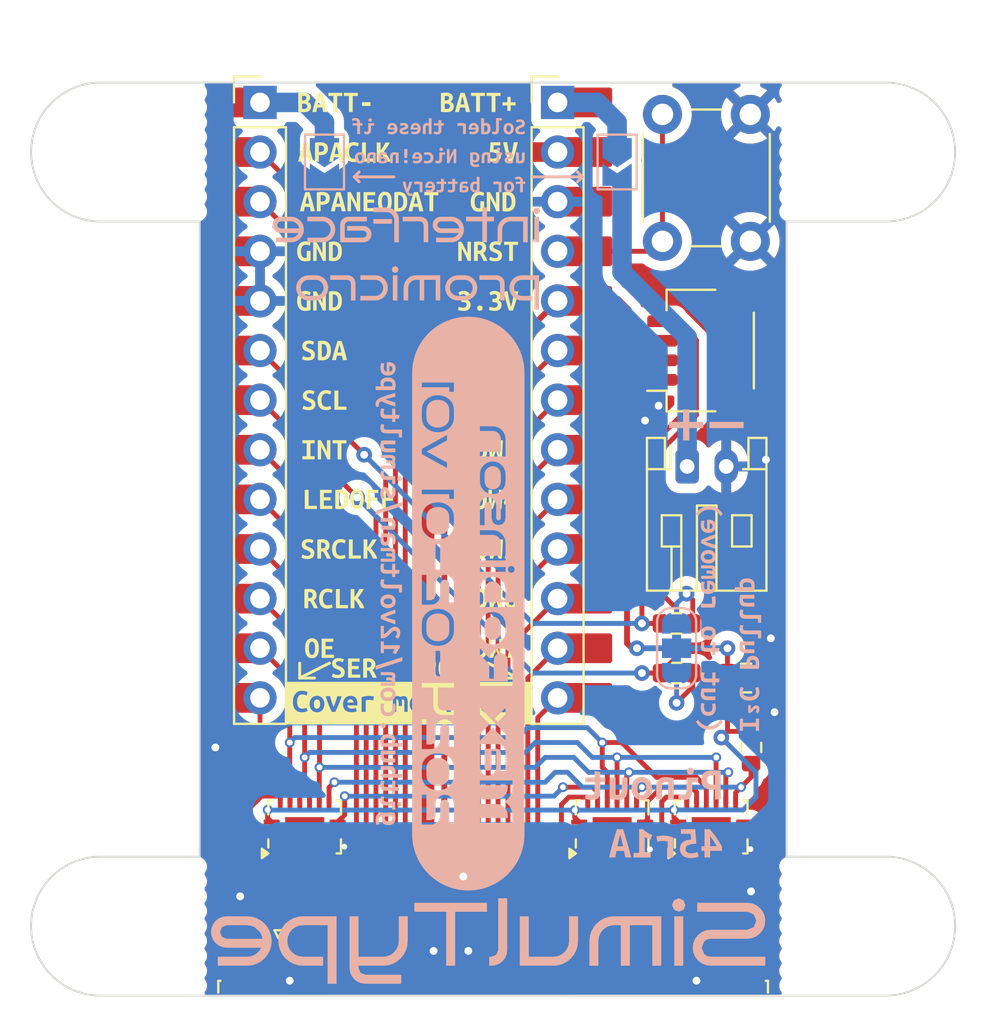
<source format=kicad_pcb>
(kicad_pcb (version 20240108) (generator "pcbnew") (generator_version "8.0")
  (layers (0 "F.Cu" signal) (31 "B.Cu" signal) (34 "B.Paste" user) (35 "F.Paste" user) (36 "B.SilkS" user "B.Silkscreen") (37 "F.SilkS" user "F.Silkscreen") (38 "B.Mask" user) (39 "F.Mask" user) (44 "Edge.Cuts" user))
  (net 0 "")
  (net 1 "GND")
  (net 2 "COL1")
  (net 3 "COL2")
  (net 4 "COL3")
  (net 5 "COL4")
  (net 6 "COL5")
  (net 7 "COL6")
  (net 8 "COL7")
  (net 9 "COL8")
  (net 10 "COL9")
  (net 11 "COL10")
  (net 12 "ROW1")
  (net 13 "ROW2")
  (net 14 "ROW3")
  (net 15 "ROW4")
  (net 16 "ROW5")
  (net 17 "ROW6")
  (net 18 "ROW7")
  (net 19 "ROW8")
  (net 20 "/SCL")
  (net 21 "/SDA")
  (net 22 "/APACLK")
  (net 23 "/APANEODAT")
  (net 24 "+3.3V")
  (net 25 "+5V")
  (net 26 "COL11")
  (net 27 "COL12")
  (net 28 "COL13")
  (net 29 "COL14")
  (net 30 "COL15")
  (net 31 "COL16")
  (net 32 "COL17")
  (net 33 "COL18")
  (net 34 "COL19")
  (net 35 "COL20")
  (net 36 "/LEDOFF")
  (net 37 "/SHIFT")
  (net 38 "/SRCLK")
  (net 39 "/CLR")
  (net 40 "/RCLK")
  (net 41 "/OE")
  (net 42 "COL21")
  (net 43 "COL22")
  (net 44 "COL23")
  (net 45 "COL24")
  (net 46 "Net-(J2-Pin_1)")
  (net 47 "Net-(J3-Pin_1)")
  (net 48 "+BATT")
  (net 49 "/NRST")
  (net 50 "Net-(JP3-A)")
  (net 51 "Net-(JP3-B)")
  (net 52 "Net-(U1-QH')")
  (net 53 "Net-(U2-QH')")
  (net 55 "/INT")
  (footprint "Resistor_SMD:R_0603_1608Metric" (layer "F.Cu") (at 78.232 82.296 -90)
    (property "Reference" "R3" (hide yes))
    (property "Value" "4.7k")
  )
  (footprint "maxfootprints:breakoffm3hole" (layer "F.Cu") (at 85.1285 51.816 180)
    (property "Reference" "H4" (hide yes))
    (property "Value" "MountingHole")
    (fp_line (start 0 3.556) (end 5.08 3.556) (stroke (width 0.1)) (layer "Edge.Cuts"))
    (fp_line (start 0 -3.556) (end 5.08 -3.556) (stroke (width 0.1)) (layer "Edge.Cuts"))
    (fp_arc (start 0 3.556) (mid -3.556 0) (end 0 -3.556) (stroke (width 0.1)) (layer "Edge.Cuts"))
  )
  (footprint "kibuzzard-65BEFA24" (layer "F.Cu") (at 64.77 74.676)
    (property "Reference" "kibuzzard-65BEFA24" (hide yes))
    (property "Value" "G***" (hide yes))
  )
  (footprint "kibuzzard-65BEF9E8" (layer "F.Cu") (at 56.388 64.516)
    (property "Reference" "kibuzzard-65BEF9E8" (hide yes))
    (property "Value" "G***" (hide yes))
  )
  (footprint "Connector_JST:JST_SH_SM04B-SRSS-TB_1x04-1MP_P1.00mm_Horizontal" (layer "F.Cu") (at 75.692 61.976 90)
    (property "Reference" "J5" (hide yes))
    (property "Value" "Qwiic_I2C_connector")
  )
  (footprint "kibuzzard-65BEF9F0" (layer "F.Cu") (at 57.658 69.596)
    (property "Reference" "kibuzzard-65BEF9F0" (hide yes))
    (property "Value" "G***" (hide yes))
  )
  (footprint "Connector_PinHeader_2.54mm:PinHeader_1x13_P2.54mm_Vertical" (layer "F.Cu") (at 53.086 49.276)
    (property "Reference" "J2" (hide yes))
    (property "Value" "Conn_01x13")
  )
  (footprint "Package_DFN_QFN:DHVQFN-16-1EP_2.5x3.5mm_P0.5mm_EP1x2mm" (layer "F.Cu") (at 76.192 86.36 90)
    (property "Reference" "U3" (hide yes))
    (property "Value" "74HC595")
  )
  (footprint "kibuzzard-65BEFA42" (layer "F.Cu") (at 64.77 64.516)
    (property "Reference" "kibuzzard-65BEFA42" (hide yes))
    (property "Value" "G***" (hide yes))
  )
  (footprint "maxfootprints:breakoffm3hole" (layer "F.Cu") (at 44.9195 51.816)
    (property "Reference" "H1" (hide yes))
    (property "Value" "MountingHole")
    (fp_line (start 0 -3.556) (end 5.08 -3.556) (stroke (width 0.1)) (layer "Edge.Cuts"))
    (fp_line (start 0 3.556) (end 5.08 3.556) (stroke (width 0.1)) (layer "Edge.Cuts"))
    (fp_arc (start 0 3.556) (mid -3.556 0) (end 0 -3.556) (stroke (width 0.1)) (layer "Edge.Cuts"))
  )
  (footprint "maxfootprints:breakoffm3hole" (layer "F.Cu") (at 85.1285 91.44 180)
    (property "Reference" "H3" (hide yes))
    (property "Value" "MountingHole")
    (fp_line (start 0 3.556) (end 5.08 3.556) (stroke (width 0.1)) (layer "Edge.Cuts"))
    (fp_line (start 0 -3.556) (end 5.08 -3.556) (stroke (width 0.1)) (layer "Edge.Cuts"))
    (fp_arc (start 0 3.556) (mid -3.556 0) (end 0 -3.556) (stroke (width 0.1)) (layer "Edge.Cuts"))
  )
  (footprint "kibuzzard-65BEFA6D" (layer "F.Cu") (at 65.532 51.816)
    (property "Reference" "kibuzzard-65BEFA6D" (hide yes))
    (property "Value" "G***" (hide yes))
  )
  (footprint "kibuzzard-65BEFA48" (layer "F.Cu") (at 64.77 61.976)
    (property "Reference" "kibuzzard-65BEFA48" (hide yes))
    (property "Value" "G***" (hide yes))
  )
  (footprint "kibuzzard-65BEFA60" (layer "F.Cu") (at 64.77 56.896)
    (property "Reference" "kibuzzard-65BEFA60" (hide yes))
    (property "Value" "G***" (hide yes))
  )
  (footprint "kibuzzard-65BEFA57" (layer "F.Cu") (at 64.77 59.436)
    (property "Reference" "kibuzzard-65BEFA57" (hide yes))
    (property "Value" "G***" (hide yes))
  )
  (footprint "Resistor_SMD:R_0603_1608Metric" (layer "F.Cu") (at 74.422 78.486 180)
    (property "Reference" "R2" (hide yes))
    (property "Value" "4.7k")
  )
  (footprint "Package_DFN_QFN:DHVQFN-16-1EP_2.5x3.5mm_P0.5mm_EP1x2mm" (layer "F.Cu") (at 71.12 86.36 90)
    (property "Reference" "U2" (hide yes))
    (property "Value" "74HC595")
  )
  (footprint "kibuzzard-65BEF9FD" (layer "F.Cu") (at 57.15 72.136)
    (property "Reference" "kibuzzard-65BEF9FD" (hide yes))
    (property "Value" "G***" (hide yes))
  )
  (footprint "kibuzzard-65BEFA30" (layer "F.Cu") (at 64.77 72.136)
    (property "Reference" "kibuzzard-65BEFA30" (hide yes))
    (property "Value" "G***" (hide yes))
  )
  (footprint "maxfootprints:breakoffm3hole" (layer "F.Cu") (at 44.9195 91.44)
    (property "Reference" "H2" (hide yes))
    (property "Value" "MountingHole")
    (fp_line (start 0 -3.556) (end 5.08 -3.556) (stroke (width 0.1)) (layer "Edge.Cuts"))
    (fp_line (start 0 3.556) (end 5.08 3.556) (stroke (width 0.1)) (layer "Edge.Cuts"))
    (fp_arc (start 0 3.556) (mid -3.556 0) (end 0 -3.556) (stroke (width 0.1)) (layer "Edge.Cuts"))
  )
  (footprint "kibuzzard-65BEF9E1" (layer "F.Cu") (at 56.388 61.976)
    (property "Reference" "kibuzzard-65BEF9E1" (hide yes))
    (property "Value" "G***" (hide yes))
  )
  (footprint "Connector_JST:JST_PH_S2B-PH-K_1x02_P2.00mm_Horizontal" (layer "F.Cu") (at 74.962 67.908)
    (property "Reference" "J4" (hide yes))
    (property "Value" "Conn_01x02")
  )
  (footprint "kibuzzard-65BEF941" (layer "F.Cu") (at 56.896 49.276)
    (property "Reference" "kibuzzard-65BEF941" (hide yes))
    (property "Value" "G***" (hide yes))
  )
  (footprint "kibuzzard-65BEFA3D" (layer "F.Cu") (at 64.77 67.056)
    (property "Reference" "kibuzzard-65BEFA3D" (hide yes))
    (property "Value" "G***" (hide yes))
  )
  (footprint "Package_DFN_QFN:DHVQFN-16-1EP_2.5x3.5mm_P0.5mm_EP1x2mm" (layer "F.Cu") (at 55.372 86.36 90)
    (property "Reference" "U1" (hide yes))
    (property "Value" "74HC595")
  )
  (footprint "Capacitor_SMD:C_0805_2012Metric" (layer "F.Cu") (at 77.978 78.74)
    (property "Reference" "C1" (hide yes))
    (property "Value" "10uF")
  )
  (footprint "kibuzzard-65BEFA0F" (layer "F.Cu") (at 57.912 78.232)
    (property "Reference" "kibuzzard-65BEFA0F" (hide yes))
    (property "Value" "G***" (hide yes))
  )
  (footprint "kibuzzard-65BEFA03" (layer "F.Cu") (at 56.896 74.676)
    (property "Reference" "kibuzzard-65BEFA03" (hide yes))
    (property "Value" "G***" (hide yes))
  )
  (footprint "Connector_PinHeader_2.54mm:PinHeader_1x13_P2.54mm_Vertical" (layer "F.Cu") (at 68.326 49.276)
    (property "Reference" "J3" (hide yes))
    (property "Value" "Conn_01x13")
  )
  (footprint "kibuzzard-65BEFA08" (layer "F.Cu") (at 56.134 77.216)
    (property "Reference" "kibuzzard-65BEFA08" (hide yes))
    (property "Value" "G***" (hide yes))
  )
  (footprint "kibuzzard-65BEF9C3" (layer "F.Cu") (at 57.404 51.816)
    (property "Reference" "kibuzzard-65BEF9C3" (hide yes))
    (property "Value" "G***" (hide yes))
  )
  (footprint "kibuzzard-65BEF9CF" (layer "F.Cu") (at 58.674 54.356)
    (property "Reference" "kibuzzard-65BEF9CF" (hide yes))
    (property "Value" "G***" (hide yes))
  )
  (footprint "Connector_FFC-FPC:TE_4-1734839-5_1x45-1MP_P0.5mm_Horizontal" (layer "F.Cu") (at 65.024 92.202)
    (property "Reference" "J1" (hide yes))
    (property "Value" "Conn_01x45")
  )
  (footprint "kibuzzard-65BEFA66" (layer "F.Cu") (at 65.024 54.356)
    (property "Reference" "kibuzzard-65BEFA66" (hide yes))
    (property "Value" "G***" (hide yes))
  )
  (footprint "kibuzzard-65BEFA36" (layer "F.Cu") (at 64.77 69.596)
    (property "Reference" "kibuzzard-65BEFA36" (hide yes))
    (property "Value" "G***" (hide yes))
  )
  (footprint "Button_Switch_THT:SW_PUSH_6mm" (layer "F.Cu") (at 73.696 56.388 90)
    (property "Reference" "SW1" (hide yes))
    (property "Value" "SW_SPST")
  )
  (footprint "kibuzzard-65BEF9A5" (layer "F.Cu") (at 64.262 49.276)
    (property "Reference" "kibuzzard-65BEF9A5" (hide yes))
    (property "Value" "G***" (hide yes))
  )
  (footprint "Resistor_SMD:R_0603_1608Metric" (layer "F.Cu") (at 74.422 75.946 180)
    (property "Reference" "R1" (hide yes))
    (property "Value" "4.7k")
  )
  (footprint "kibuzzard-65BEFA17" (layer "F.Cu") (at 62.992 78.232)
    (property "Reference" "kibuzzard-65BEFA17" (hide yes))
    (property "Value" "G***" (hide yes))
  )
  (footprint "kibuzzard-65BDD880" (layer "F.Cu") (at 60.696672 80.025606)
    (property "Reference" "kibuzzard-65BDD880" (hide yes))
    (property "Value" "G***" (hide yes))
  )
  (footprint "kibuzzard-65C25006" (layer "F.Cu") (at 56.388 67.056)
    (property "Reference" "kibuzzard-65C25006" (hide yes))
    (property "Value" "G***" (hide yes))
  )
  (footprint "kibuzzard-65BEF9DC" (layer "F.Cu") (at 56.134 59.436)
    (property "Reference" "kibuzzard-65BEF9DC" (hide yes))
    (property "Value" "G***" (hide yes))
  )
  (footprint "kibuzzard-65BEF9D6" (layer "F.Cu") (at 56.134 56.896)
    (property "Reference" "kibuzzard-65BEF9D6" (hide yes))
    (property "Value" "G***" (hide yes))
  )
  (footprint "kibuzzard-65BEFA1D" (layer "F.Cu") (at 64.77 77.216)
    (property "Reference" "kibuzzard-65BEFA1D" (hide yes))
    (property "Value" "G***" (hide yes))
  )
  (footprint "kibuzzard-65BDD6E5" (layer "B.Cu") (at 75.946 65.786)
    (property "Reference" "kibuzzard-65BDD6E5" (hide yes))
    (property "Value" "G***" (hide yes))
  )
  (footprint "maxfootprints:SolderJumper-3_P1.3mm_Bridged123_RoundedPad1.0x1.5mm" (layer "B.Cu") (at 74.422 77.216 -90)
    (property "Reference" "JP3" (hide yes))
    (property "Value" "SolderJumper_3_Bridged123")
  )
  (footprint "kibuzzard-65C29BCC" (layer "B.Cu") (at 62.23 52.07 180)
    (property "Reference" "kibuzzard-65C29BCC" (hide yes))
    (property "Value" "G***" (hide yes))
  )
  (footprint "kibuzzard-65BDD614" (layer "B.Cu") (at 63.754 74.93 90)
    (property "Reference" "kibuzzard-65BDD614" (hide yes))
    (property "Value" "G***" (hide yes))
  )
  (footprint "kibuzzard-65BDD75E" (layer "B.Cu") (at 59.69 74.422 90)
    (property "Reference" "kibuzzard-65BDD75E" (hide yes))
    (property "Value" "G***" (hide yes))
  )
  (footprint "kibuzzard-65BE09D0" (layer "B.Cu") (at 77.080699 75.692 90)
    (property "Reference" "kibuzzard-65BE09D0" (hide yes))
    (property "Value" "G***" (hide yes))
  )
  (footprint "Jumper:SolderJumper-2_P1.3mm_Open_TrianglePad1.0x1.5mm" (layer "B.Cu") (at 71.374 52.324 -90)
    (property "Reference" "JP2" (hide yes))
    (property "Value" "SolderJumper_2_Open")
  )
  (footprint "kibuzzard-65BE0934" (layer "B.Cu") (at 64.77 92.202 180)
    (property "Reference" "kibuzzard-65BE0934" (hide yes))
    (property "Value" "G***" (hide yes))
  )
  (footprint "kibuzzard-65BDD62B" (layer "B.Cu") (at 60.581006 57.266417 180)
    (property "Reference" "kibuzzard-65BDD62B" (hide yes))
    (property "Value" "G***" (hide yes))
  )
  (footprint "kibuzzard-65BDD7EC" (layer "B.Cu") (at 73.237025 85.641274 180)
    (property "Reference" "kibuzzard-65BDD7EC" (hide yes))
    (property "Value" "G***" (hide yes))
  )
  (footprint "Jumper:SolderJumper-2_P1.3mm_Open_TrianglePad1.0x1.5mm" (layer "B.Cu") (at 56.388 52.324 -90)
    (property "Reference" "JP1" (hide yes))
    (property "Value" "SolderJumper_2_Open")
  )
  (gr_line (start 59.944 53.086) (end 57.912 53.086) (stroke (width 0.15)) (layer "B.SilkS"))
  (gr_line (start 69.596 53.086) (end 67.056 53.086) (stroke (width 0.15)) (layer "B.SilkS"))
  (gr_line (start 69.596 53.086) (end 69.342 53.34) (stroke (width 0.15)) (layer "B.SilkS"))
  (gr_line (start 69.596 53.086) (end 69.342 52.832) (stroke (width 0.15)) (layer "B.SilkS"))
  (gr_line (start 57.912 53.086) (end 58.166 52.832) (stroke (width 0.15)) (layer "B.SilkS"))
  (gr_line (start 57.912 53.086) (end 58.166 53.34) (stroke (width 0.15)) (layer "B.SilkS"))
  (gr_line (start 66.294 78.74) (end 66.294 77.978) (stroke (width 0.15)) (layer "F.SilkS"))
  (gr_line (start 64.77 77.978) (end 66.294 78.74) (stroke (width 0.15)) (layer "F.SilkS"))
  (gr_line (start 56.642 77.978) (end 55.118 78.74) (stroke (width 0.15)) (layer "F.SilkS"))
  (gr_line (start 66.294 78.74) (end 65.532 78.74) (stroke (width 0.15)) (layer "F.SilkS"))
  (gr_line (start 55.118 78.74) (end 55.88 78.74) (stroke (width 0.15)) (layer "F.SilkS"))
  (gr_line (start 55.118 78.74) (end 55.118 77.978) (stroke (width 0.15)) (layer "F.SilkS"))
  (gr_line (start 49.9995 48.26) (end 80.0485 48.26) (stroke (width 0.1)) (layer "Edge.Cuts"))
  (gr_line (start 80.0485 55.372) (end 80.0485 87.884) (stroke (width 0.1)) (layer "Edge.Cuts"))
  (gr_line (start 49.9995 87.884) (end 49.9995 55.372) (stroke (width 0.1)) (layer "Edge.Cuts"))
  (gr_line (start 50 95) (end 80.0485 94.996) (stroke (width 0.1)) (layer "Edge.Cuts"))
  (segment (start 63.524 90.852) (end 64.024 90.852) (width 0.25) (layer "F.Cu") (net 1))
  (segment (start 63.524 88.924) (end 63.524 90.852) (width 0.25) (layer "F.Cu") (net 1))
  (segment (start 63.5 88.9) (end 63.024 89.376) (width 0.25) (layer "F.Cu") (net 1))
  (segment (start 57.404 86.9545) (end 57.404 87.376) (width 0.25) (layer "F.Cu") (net 1))
  (segment (start 63.024 92.17) (end 63.024 90.852) (width 0.25) (layer "F.Cu") (net 1))
  (segment (start 64.024 90.852) (end 64.024 92.44) (width 0.25) (layer "F.Cu") (net 1))
  (segment (start 78.204352 86.934852) (end 78.204352 87.501723) (width 0.25) (layer "F.Cu") (net 1))
  (segment (start 63.5 88.9) (end 63.524 88.924) (width 0.25) (layer "F.Cu") (net 1))
  (segment (start 57.0595 86.61) (end 57.404 86.9545) (width 0.25) (layer "F.Cu") (net 1))
  (segment (start 77.8795 86.61) (end 78.204352 86.934852) (width 0.25) (layer "F.Cu") (net 1))
  (segment (start 72.8075 86.61) (end 73.054684 86.857184) (width 0.25) (layer "F.Cu") (net 1))
  (segment (start 63.5 88.9) (end 63.5 89.408) (width 0.25) (layer "F.Cu") (net 1))
  (segment (start 63.524 92.48) (end 63.754 92.71) (width 0.25) (layer "F.Cu") (net 1))
  (segment (start 63.5 89.408) (end 64.024 89.932) (width 0.25) (layer "F.Cu") (net 1))
  (segment (start 64.024 92.44) (end 63.754 92.71) (width 0.25) (layer "F.Cu") (net 1))
  (segment (start 64.024 89.932) (end 64.024 90.852) (width 0.25) (layer "F.Cu") (net 1))
  (segment (start 61.976 92.71) (end 62.484 92.71) (width 0.25) (layer "F.Cu") (net 1))
  (segment (start 73.054684 86.857184) (end 73.054684 87.508071) (width 0.25) (layer "F.Cu") (net 1))
  (segment (start 78.99 86.61) (end 78.994 86.614) (width 0.25) (layer "F.Cu") (net 1))
  (segment (start 63.024 89.376) (end 63.024 90.852) (width 0.25) (layer "F.Cu") (net 1))
  (segment (start 63.524 90.852) (end 63.524 92.48) (width 0.25) (layer "F.Cu") (net 1))
  (segment (start 77.8795 86.61) (end 78.99 86.61) (width 0.25) (layer "F.Cu") (net 1))
  (segment (start 63.524 90.852) (end 63.024 90.852) (width 0.25) (layer "F.Cu") (net 1))
  (segment (start 62.484 92.71) (end 63.024 92.17) (width 0.25) (layer "F.Cu") (net 1))
  (via (at 78.232 89.662) (size 0.8) (drill 0.4) (layers "F.Cu" "B.Cu") (net 1))
  (via (at 78.994 67.564) (size 0.8) (drill 0.4) (layers "F.Cu" "B.Cu") (net 1))
  (via (at 52.07 89.916) (size 0.8) (drill 0.4) (layers "F.Cu" "B.Cu") (net 1))
  (via (at 61.976 92.71) (size 0.8) (drill 0.4) (layers "F.Cu" "B.Cu") (net 1))
  (via (at 73.499765 64.798934) (size 0.8) (drill 0.4) (layers "F.Cu" "B.Cu") (net 1))
  (via (at 50.8 82.296) (size 0.8) (drill 0.4) (layers "F.Cu" "B.Cu") (net 1))
  (via (at 72.805439 65.562162) (size 0.8) (drill 0.4) (layers "F.Cu" "B.Cu") (net 1))
  (via (at 54.61 94.234) (size 0.8) (drill 0.4) (layers "F.Cu" "B.Cu") (net 1))
  (via (at 73.054684 87.508071) (size 0.5) (drill 0.3) (layers "F.Cu" "B.Cu") (net 1))
  (via (at 79.248 76.708) (size 0.8) (drill 0.4) (layers "F.Cu" "B.Cu") (net 1))
  (via (at 79.435361 80.488126) (size 0.8) (drill 0.4) (layers "F.Cu" "B.Cu") (net 1))
  (via (at 57.404 87.376) (size 0.5) (drill 0.3) (layers "F.Cu" "B.Cu") (net 1))
  (via (at 63.754 92.71) (size 0.8) (drill 0.4) (layers "F.Cu" "B.Cu") (net 1))
  (via (at 78.204352 87.501723) (size 0.5) (drill 0.3) (layers "F.Cu" "B.Cu") (net 1))
  (via (at 63.5 88.9) (size 0.8) (drill 0.4) (layers "F.Cu" "B.Cu") (net 1))
  (via (at 75.438 94.234) (size 0.8) (drill 0.4) (layers "F.Cu" "B.Cu") (net 1))
  (segment (start 54.024 89.838) (end 52.578 88.392) (width 0.25) (layer "F.Cu") (net 2))
  (segment (start 54.024 90.852) (end 54.024 89.838) (width 0.25) (layer "F.Cu") (net 2))
  (segment (start 52.578 85.377184) (end 53.172237 84.782947) (width 0.25) (layer "F.Cu") (net 2))
  (segment (start 54.048947 84.782947) (end 54.122 84.856) (width 0.25) (layer "F.Cu") (net 2))
  (segment (start 54.122 84.856) (end 54.122 85.1725) (width 0.25) (layer "F.Cu") (net 2))
  (segment (start 52.578 88.392) (end 52.578 85.377184) (width 0.25) (layer "F.Cu") (net 2))
  (segment (start 53.172237 84.782947) (end 54.048947 84.782947) (width 0.25) (layer "F.Cu") (net 2))
  (segment (start 54.524 90.852) (end 54.524 89.59372) (width 0.25) (layer "F.Cu") (net 3))
  (segment (start 53.672 88.74172) (end 53.672 86.6225) (width 0.25) (layer "F.Cu") (net 3))
  (segment (start 53.672 86.6225) (end 53.6845 86.61) (width 0.25) (layer "F.Cu") (net 3))
  (segment (start 54.524 89.59372) (end 53.672 88.74172) (width 0.25) (layer "F.Cu") (net 3))
  (segment (start 54.122 88.555324) (end 54.122 87.5475) (width 0.25) (layer "F.Cu") (net 4))
  (segment (start 55.024 90.852) (end 55.024 89.457324) (width 0.25) (layer "F.Cu") (net 4))
  (segment (start 55.024 89.457324) (end 54.122 88.555324) (width 0.25) (layer "F.Cu") (net 4))
  (segment (start 55.524 90.852) (end 55.524 89.320928) (width 0.25) (layer "F.Cu") (net 5))
  (segment (start 54.622 88.418928) (end 54.622 87.5475) (width 0.25) (layer "F.Cu") (net 5))
  (segment (start 55.524 89.320928) (end 54.622 88.418928) (width 0.25) (layer "F.Cu") (net 5))
  (segment (start 56.024 90.852) (end 56.024 89.184532) (width 0.25) (layer "F.Cu") (net 6))
  (segment (start 55.122 88.282532) (end 55.122 87.5475) (width 0.25) (layer "F.Cu") (net 6))
  (segment (start 56.024 89.184532) (end 55.122 88.282532) (width 0.25) (layer "F.Cu") (net 6))
  (segment (start 55.622 88.146136) (end 55.622 87.5475) (width 0.25) (layer "F.Cu") (net 7))
  (segment (start 56.524 89.048136) (end 55.622 88.146136) (width 0.25) (layer "F.Cu") (net 7))
  (segment (start 56.524 90.852) (end 56.524 89.048136) (width 0.25) (layer "F.Cu") (net 7))
  (segment (start 57.024 90.852) (end 57.024 88.91174) (width 0.25) (layer "F.Cu") (net 8))
  (segment (start 57.024 88.91174) (end 56.122 88.00974) (width 0.25) (layer "F.Cu") (net 8))
  (segment (start 56.122 88.00974) (end 56.122 87.5475) (width 0.25) (layer "F.Cu") (net 8))
  (segment (start 57.524 90.852) (end 57.524 88.73475) (width 0.25) (layer "F.Cu") (net 9))
  (segment (start 57.524 88.73475) (end 56.622 87.83275) (width 0.25) (layer "F.Cu") (net 9))
  (segment (start 56.622 87.83275) (end 56.622 87.5475) (width 0.25) (layer "F.Cu") (net 9))
  (segment (start 69.87 84.856) (end 69.85 84.836) (width 0.25) (layer "F.Cu") (net 10))
  (segment (start 68.524 85.216173) (end 68.524 90.852) (width 0.25) (layer "F.Cu") (net 10))
  (segment (start 68.904173 84.836) (end 68.524 85.216173) (width 0.25) (layer "F.Cu") (net 10))
  (segment (start 69.85 84.836) (end 68.904173 84.836) (width 0.25) (layer "F.Cu") (net 10))
  (segment (start 69.87 85.1725) (end 69.87 84.856) (width 0.25) (layer "F.Cu") (net 10))
  (segment (start 69.024 87.0185) (end 69.024 90.852) (width 0.25) (layer "F.Cu") (net 11))
  (segment (start 69.4325 86.61) (end 69.024 87.0185) (width 0.25) (layer "F.Cu") (net 11))
  (segment (start 64.524 90.852) (end 64.524 88.4) (width 0.25) (layer "F.Cu") (net 12))
  (segment (start 64.524 88.4) (end 63.754 87.63) (width 0.25) (layer "F.Cu") (net 12))
  (segment (start 63.754 66.548) (end 68.326 61.976) (width 0.25) (layer "F.Cu") (net 12))
  (segment (start 63.754 87.63) (end 63.754 66.548) (width 0.25) (layer "F.Cu") (net 12))
  (segment (start 65.024 88.263604) (end 64.262 87.501604) (width 0.25) (layer "F.Cu") (net 13))
  (segment (start 64.262 87.501604) (end 64.262 68.58) (width 0.25) (layer "F.Cu") (net 13))
  (segment (start 64.262 68.58) (end 68.326 64.516) (width 0.25) (layer "F.Cu") (net 13))
  (segment (start 65.024 90.852) (end 65.024 88.263604) (width 0.25) (layer "F.Cu") (net 13))
  (segment (start 65.524 88.127208) (end 64.77 87.373208) (width 0.25) (layer "F.Cu") (net 14))
  (segment (start 64.77 87.373208) (end 64.77 70.612) (width 0.25) (layer "F.Cu") (net 14))
  (segment (start 64.77 70.612) (end 68.326 67.056) (width 0.25) (layer "F.Cu") (net 14))
  (segment (start 65.524 90.852) (end 65.524 88.127208) (width 0.25) (layer "F.Cu") (net 14))
  (segment (start 66.024 90.852) (end 66.024 87.990812) (width 0.25) (layer "F.Cu") (net 15))
  (segment (start 65.278 87.244812) (end 65.278 72.644) (width 0.25) (layer "F.Cu") (net 15))
  (segment (start 66.024 87.990812) (end 65.278 87.244812) (width 0.25) (layer "F.Cu") (net 15))
  (segment (start 65.278 72.644) (end 68.326 69.596) (width 0.25) (layer "F.Cu") (net 15))
  (segment (start 65.786 74.676) (end 68.326 72.136) (width 0.25) (layer "F.Cu") (net 16))
  (segment (start 66.524 87.854416) (end 65.786 87.116416) (width 0.25) (layer "F.Cu") (net 16))
  (segment (start 65.786 87.116416) (end 65.786 74.676) (width 0.25) (layer "F.Cu") (net 16))
  (segment (start 66.524 90.852) (end 66.524 87.854416) (width 0.25) (layer "F.Cu") (net 16))
  (segment (start 66.294 86.868) (end 66.294 76.708) (width 0.25) (layer "F.Cu") (net 17))
  (segment (start 67.024 90.852) (end 67.024 87.598) (width 0.25) (layer "F.Cu") (net 17))
  (segment (start 66.294 76.708) (end 68.326 74.676) (width 0.25) (layer "F.Cu") (net 17))
  (segment (start 67.024 87.598) (end 66.294 86.868) (width 0.25) (layer "F.Cu") (net 17))
  (segment (start 66.802 86.739604) (end 66.802 78.74) (width 0.25) (layer "F.Cu") (net 18))
  (segment (start 67.524 87.461604) (end 66.802 86.739604) (width 0.25) (layer "F.Cu") (net 18))
  (segment (start 67.524 90.852) (end 67.524 87.461604) (width 0.25) (layer "F.Cu") (net 18))
  (segment (start 66.802 78.74) (end 68.326 77.216) (width 0.25) (layer "F.Cu") (net 18))
  (segment (start 67.31 80.772) (end 68.326 79.756) (width 0.25) (layer "F.Cu") (net 19))
  (segment (start 68.024 87.325208) (end 67.31 86.611208) (width 0.25) (layer "F.Cu") (net 19))
  (segment (start 67.31 86.611208) (end 67.31 80.772) (width 0.25) (layer "F.Cu") (net 19))
  (segment (start 68.024 90.852) (end 68.024 87.325208) (width 0.25) (layer "F.Cu") (net 19))
  (segment (start 75.438 61.447001) (end 75.438 65.278) (width 0.25) (layer "F.Cu") (net 20))
  (segment (start 59.024 70.454) (end 59.024 90.852) (width 0.25) (layer "F.Cu") (net 20))
  (segment (start 74.422 75.193305) (end 74.422 77.661) (width 0.25) (layer "F.Cu") (net 20))
  (segment (start 73.692 60.476) (end 74.466999 60.476) (width 0.25) (layer "F.Cu") (net 20))
  (segment (start 53.086 64.516) (end 58.06369 69.49369) (width 0.25) (layer "F.Cu") (net 20))
  (segment (start 58.06369 69.49369) (end 59.024 70.454) (width 0.25) (layer "F.Cu") (net 20))
  (segment (start 73.406 74.177305) (end 74.422 75.193305) (width 0.25) (layer "F.Cu") (net 20))
  (segment (start 74.422 77.661) (end 73.597 78.486) (width 0.25) (layer "F.Cu") (net 20))
  (segment (start 73.406 67.31) (end 73.406 74.177305) (width 0.25) (layer "F.Cu") (net 20))
  (segment (start 74.466999 60.476) (end 75.438 61.447001) (width 0.25) (layer "F.Cu") (net 20))
  (segment (start 75.438 65.278) (end 73.406 67.31) (width 0.25) (layer "F.Cu") (net 20))
  (segment (start 72.644 78.486) (end 73.597 78.486) (width 0.25) (layer "F.Cu") (net 20))
  (via (at 58.06369 69.49369) (size 0.8) (drill 0.4) (layers "F.Cu" "B.Cu") (net 20))
  (via (at 72.644 78.486) (size 0.8) (drill 0.4) (layers "F.Cu" "B.Cu") (net 20))
  (segment (start 72.644 78.486) (end 67.056 78.486) (width 0.25) (layer "B.Cu") (net 20))
  (segment (start 67.056 78.486) (end 58.06369 69.49369) (width 0.25) (layer "B.Cu") (net 20))
  (segment (start 72.644 67.31) (end 74.93 65.024) (width 0.25) (layer "F.Cu") (net 21))
  (segment (start 72.644 75.946) (end 73.597 75.946) (width 0.25) (layer "F.Cu") (net 21))
  (segment (start 53.086 61.976) (end 58.42 67.31) (width 0.25) (layer "F.Cu") (net 21))
  (segment (start 74.93 65.024) (end 74.93 61.939001) (width 0.25) (layer "F.Cu") (net 21))
  (segment (start 58.42 67.31) (end 59.524 68.414) (width 0.25) (layer "F.Cu") (net 21))
  (segment (start 59.524 68.414) (end 59.524 90.852) (width 0.25) (layer "F.Cu") (net 21))
  (segment (start 72.644 75.946) (end 72.644 67.31) (width 0.25) (layer "F.Cu") (net 21))
  (segment (start 74.466999 61.476) (end 73.692 61.476) (width 0.25) (layer "F.Cu") (net 21))
  (segment (start 74.93 61.939001) (end 74.466999 61.476) (width 0.25) (layer "F.Cu") (net 21))
  (via (at 72.644 75.946) (size 0.8) (drill 0.4) (layers "F.Cu" "B.Cu") (net 21))
  (via (at 58.42 67.31) (size 0.8) (drill 0.4) (layers "F.Cu" "B.Cu") (net 21))
  (segment (start 72.644 75.946) (end 67.056 75.946) (width 0.25) (layer "B.Cu") (net 21))
  (segment (start 67.056 75.946) (end 58.42 67.31) (width 0.25) (layer "B.Cu") (net 21))
  (segment (start 60.524 90.852) (end 60.524 59.254) (width 0.25) (layer "F.Cu") (net 22))
  (segment (start 53.086 51.816) (end 59.436 58.166) (width 0.25) (layer "F.Cu") (net 22))
  (segment (start 60.524 59.254) (end 59.436 58.166) (width 0.25) (layer "F.Cu") (net 22))
  (segment (start 53.086 54.356) (end 59.524 60.794) (width 0.25) (layer "F.Cu") (net 23))
  (segment (start 60.024 90.852) (end 60.024 61.294) (width 0.25) (layer "F.Cu") (net 23))
  (segment (start 60.024 61.294) (end 59.524 60.794) (width 0.25) (layer "F.Cu") (net 23))
  (segment (start 77.028 78.74) (end 77.028 77.216) (width 0.25) (layer "F.Cu") (net 24))
  (segment (start 69.207256 85.884756) (end 69.4325 86.11) (width 0.25) (layer "F.Cu") (net 24))
  (segment (start 78.232 81.471) (end 77.031 81.471) (width 0.25) (layer "F.Cu") (net 24))
  (segment (start 72.136 77.216) (end 72.39 77.216) (width 0.3) (layer "F.Cu") (net 24))
  (segment (start 71.374 59.436) (end 68.326 59.436) (width 0.5) (layer "F.Cu") (net 24))
  (segment (start 53.478492 85.487916) (end 53.478492 85.903992) (width 0.25) (layer "F.Cu") (net 24))
  (segment (start 77.031 81.471) (end 77.028 81.468) (width 0.25) (layer "F.Cu") (net 24))
  (segment (start 77.028 81.468) (end 76.708 81.788) (width 0.25) (layer "F.Cu") (net 24))
  (segment (start 62.524 65.238) (end 68.326 59.436) (width 0.3) (layer "F.Cu") (net 24))
  (segment (start 62.524 90.852) (end 62.524 65.238) (width 0.3) (layer "F.Cu") (net 24))
  (segment (start 71.882 62.468) (end 71.882 59.944) (width 0.5) (layer "F.Cu") (net 24))
  (segment (start 71.874 62.476) (end 73.692 62.476) (width 0.5) (layer "F.Cu") (net 24))
  (segment (start 71.874 62.476) (end 71.882 62.484) (width 0.3) (layer "F.Cu") (net 24))
  (segment (start 71.874 62.476) (end 71.882 62.468) (width 0.5) (layer "F.Cu") (net 24))
  (segment (start 69.207256 85.500099) (end 69.207256 85.884756) (width 0.25) (layer "F.Cu") (net 24))
  (segment (start 71.882 76.962) (end 72.136 77.216) (width 0.3) (layer "F.Cu") (net 24))
  (segment (start 53.478492 85.903992) (end 53.6845 86.11) (width 0.25) (layer "F.Cu") (net 24))
  (segment (start 74.283934 85.492279) (end 74.283934 85.889434) (width 0.25) (layer "F.Cu") (net 24))
  (segment (start 71.882 59.944) (end 71.374 59.436) (width 0.5) (layer "F.Cu") (net 24))
  (segment (start 77.028 78.74) (end 77.028 81.468) (width 0.25) (layer "F.Cu") (net 24))
  (segment (start 71.882 62.484) (end 71.882 76.962) (width 0.3) (layer "F.Cu") (net 24))
  (segment (start 74.283934 85.889434) (end 74.5045 86.11) (width 0.25) (layer "F.Cu") (net 24))
  (via (at 72.39 77.216) (size 0.8) (drill 0.4) (layers "F.Cu" "B.Cu") (net 24))
  (via (at 76.708 81.788) (size 0.8) (drill 0.4) (layers "F.Cu" "B.Cu") (net 24))
  (via (at 53.478492 85.487916) (size 0.5) (drill 0.3) (layers "F.Cu" "B.Cu") (net 24))
  (via (at 74.283934 85.492279) (size 0.5) (drill 0.3) (layers "F.Cu" "B.Cu") (net 24))
  (via (at 77.028 77.216) (size 0.8) (drill 0.4) (layers "F.Cu" "B.Cu") (net 24))
  (via (at 69.207256 85.500099) (size 0.5) (drill 0.3) (layers "F.Cu" "B.Cu") (net 24))
  (segment (start 77.829721 85.492279) (end 74.283934 85.492279) (width 0.25) (layer "B.Cu") (net 24))
  (segment (start 74.422 77.216) (end 77.028 77.216) (width 0.3) (layer "B.Cu") (net 24))
  (segment (start 78.486 84.836) (end 77.829721 85.492279) (width 0.25) (layer "B.Cu") (net 24))
  (segment (start 53.490223 85.499647) (end 69.206804 85.499647) (width 0.25) (layer "B.Cu") (net 24))
  (segment (start 72.39 77.216) (end 74.422 77.216) (width 0.3) (layer "B.Cu") (net 24))
  (segment (start 69.206804 85.499647) (end 69.207256 85.500099) (width 0.25) (layer "B.Cu") (net 24))
  (segment (start 74.276114 85.500099) (end 74.283934 85.492279) (width 0.25) (layer "B.Cu") (net 24))
  (segment (start 78.486 83.566) (end 78.486 84.836) (width 0.25) (layer "B.Cu") (net 24))
  (segment (start 53.478492 85.487916) (end 53.490223 85.499647) (width 0.25) (layer "B.Cu") (net 24))
  (segment (start 69.207256 85.500099) (end 74.276114 85.500099) (width 0.25) (layer "B.Cu") (net 24))
  (segment (start 76.708 81.788) (end 78.486 83.566) (width 0.25) (layer "B.Cu") (net 24))
  (segment (start 61.515113 89.512905) (end 61.515113 56.848887) (width 1) (layer "F.Cu") (net 25))
  (segment (start 61.516723 89.514515) (end 61.524 89.521792) (width 0.25) (layer "F.Cu") (net 25))
  (segment (start 62.024 90.021792) (end 61.516723 89.514515) (width 0.25) (layer "F.Cu") (net 25))
  (segment (start 61.524 90.852) (end 62.024 90.852) (width 0.25) (layer "F.Cu") (net 25))
  (segment (start 62.024 90.852) (end 62.024 90.021792) (width 0.25) (layer "F.Cu") (net 25))
  (segment (start 66.548 51.816) (end 68.326 51.816) (width 1) (layer "F.Cu") (net 25))
  (segment (start 61.024 91.364) (end 61.024 90.007238) (width 0.25) (layer "F.Cu") (net 25))
  (segment (start 61.524 89.521792) (end 61.524 90.852) (width 0.25) (layer "F.Cu") (net 25))
  (segment (start 61.024 90.852) (end 61.524 90.852) (width 0.25) (layer "F.Cu") (net 25))
  (segment (start 61.515113 56.848887) (end 66.548 51.816) (width 1) (layer "F.Cu") (net 25))
  (segment (start 61.516723 89.514515) (end 61.515113 89.512905) (width 1) (layer "F.Cu") (net 25))
  (segment (start 61.024 90.007238) (end 61.516723 89.514515) (width 0.25) (layer "F.Cu") (net 25))
  (segment (start 69.87 87.5475) (end 69.524 87.8935) (width 0.25) (layer "F.Cu") (net 26))
  (segment (start 69.524 87.8935) (end 69.524 90.852) (width 0.25) (layer "F.Cu") (net 26))
  (segment (start 70.37 88.00974) (end 70.024 88.35574) (width 0.25) (layer "F.Cu") (net 27))
  (segment (start 70.37 87.5475) (end 70.37 88.00974) (width 0.25) (layer "F.Cu") (net 27))
  (segment (start 70.024 88.35574) (end 70.024 90.852) (width 0.25) (layer "F.Cu") (net 27))
  (segment (start 70.87 88.146136) (end 70.524 88.492136) (width 0.25) (layer "F.Cu") (net 28))
  (segment (start 70.524 88.492136) (end 70.524 90.852) (width 0.25) (layer "F.Cu") (net 28))
  (segment (start 70.87 87.5475) (end 70.87 88.146136) (width 0.25) (layer "F.Cu") (net 28))
  (segment (start 71.37 87.5475) (end 71.37 88.282532) (width 0.25) (layer "F.Cu") (net 29))
  (segment (start 71.024 88.628532) (end 71.024 90.852) (width 0.25) (layer "F.Cu") (net 29))
  (segment (start 71.37 88.282532) (end 71.024 88.628532) (width 0.25) (layer "F.Cu") (net 29))
  (segment (start 71.87 87.5475) (end 71.87 88.418928) (width 0.25) (layer "F.Cu") (net 30))
  (segment (start 71.87 88.418928) (end 71.524 88.764928) (width 0.25) (layer "F.Cu") (net 30))
  (segment (start 71.524 88.764928) (end 71.524 90.852) (width 0.25) (layer "F.Cu") (net 30))
  (segment (start 72.37 88.555324) (end 72.024 88.901324) (width 0.25) (layer "F.Cu") (net 31))
  (segment (start 72.024 88.901324) (end 72.024 90.852) (width 0.25) (layer "F.Cu") (net 31))
  (segment (start 72.37 87.5475) (end 72.37 88.555324) (width 0.25) (layer "F.Cu") (net 31))
  (segment (start 72.524 89.03772) (end 73.66 87.90172) (width 0.25) (layer "F.Cu") (net 32))
  (segment (start 72.524 90.852) (end 72.524 89.03772) (width 0.25) (layer "F.Cu") (net 32))
  (segment (start 74.93 84.836) (end 74.942 84.848) (width 0.25) (layer "F.Cu") (net 32))
  (segment (start 73.89352 84.836) (end 74.93 84.836) (width 0.25) (layer "F.Cu") (net 32))
  (segment (start 73.66 87.90172) (end 73.66 85.06952) (width 0.25) (layer "F.Cu") (net 32))
  (segment (start 73.66 85.06952) (end 73.89352 84.836) (width 0.25) (layer "F.Cu") (net 32))
  (segment (start 74.942 84.848) (end 74.942 85.1725) (width 0.25) (layer "F.Cu") (net 32))
  (segment (start 73.024 89.174116) (end 74.492 87.706116) (width 0.25) (layer "F.Cu") (net 33))
  (segment (start 74.492 86.6225) (end 74.5045 86.61) (width 0.25) (layer "F.Cu") (net 33))
  (segment (start 74.492 87.706116) (end 74.492 86.6225) (width 0.25) (layer "F.Cu") (net 33))
  (segment (start 73.024 90.852) (end 73.024 89.174116) (width 0.25) (layer "F.Cu") (net 33))
  (segment (start 73.524 90.852) (end 73.524 89.310512) (width 0.25) (layer "F.Cu") (net 34))
  (segment (start 73.524 89.310512) (end 74.942 87.892512) (width 0.25) (layer "F.Cu") (net 34))
  (segment (start 74.942 87.892512) (end 74.942 87.5475) (width 0.25) (layer "F.Cu") (net 34))
  (segment (start 74.024 89.446908) (end 75.442 88.028908) (width 0.25) (layer "F.Cu") (net 35))
  (segment (start 74.024 90.852) (end 74.024 89.446908) (width 0.25) (layer "F.Cu") (net 35))
  (segment (start 75.442 88.028908) (end 75.442 87.5475) (width 0.25) (layer "F.Cu") (net 35))
  (segment (start 53.086 69.596) (end 58.024 74.534) (width 0.25) (layer "F.Cu") (net 36))
  (segment (start 58.024 74.534) (end 58.024 90.852) (width 0.25) (layer "F.Cu") (net 36))
  (segment (start 53.086 79.756) (end 53.086 83.058) (width 0.25) (layer "F.Cu") (net 37))
  (segment (start 53.086 83.058) (end 54.622 84.594) (width 0.25) (layer "F.Cu") (net 37))
  (segment (start 54.622 84.594) (end 54.622 85.1725) (width 0.25) (layer "F.Cu") (net 37))
  (segment (start 56.134 75.184) (end 53.086 72.136) (width 0.25) (layer "F.Cu") (net 38))
  (segment (start 56.134 83.312) (end 56.134 75.184) (width 0.25) (layer "F.Cu") (net 38))
  (segment (start 77.070461 83.566) (end 76.942 83.694461) (width 0.25) (layer "F.Cu") (net 38))
  (segment (start 56.122 83.324) (end 56.122 85.1725) (width 0.25) (layer "F.Cu") (net 38))
  (segment (start 71.87 83.67827) (end 71.87 85.1725) (width 0.25) (layer "F.Cu") (net 38))
  (segment (start 71.98227 83.566) (end 71.87 83.67827) (width 0.25) (layer "F.Cu") (net 38))
  (segment (start 76.942 83.694461) (end 76.942 85.1725) (width 0.25) (layer "F.Cu") (net 38))
  (segment (start 56.134 83.312) (end 56.122 83.324) (width 0.25) (layer "F.Cu") (net 38))
  (via (at 56.134 83.312) (size 0.5) (drill 0.3) (layers "F.Cu" "B.Cu") (net 38))
  (via (at 71.98227 83.566) (size 0.5) (drill 0.3) (layers "F.Cu" "B.Cu") (net 38))
  (via (at 77.070461 83.566) (size 0.5) (drill 0.3) (layers "F.Cu" "B.Cu") (net 38))
  (segment (start 67.183 83.312) (end 56.134 83.312) (width 0.25) (layer "B.Cu") (net 38))
  (segment (start 69.912802 83.566) (end 69.150802 82.804) (width 0.25) (layer "B.Cu") (net 38))
  (segment (start 71.98227 83.566) (end 69.912802 83.566) (width 0.25) (layer "B.Cu") (net 38))
  (segment (start 69.150802 82.804) (end 67.691 82.804) (width 0.25) (layer "B.Cu") (net 38))
  (segment (start 77.070461 83.566) (end 71.98227 83.566) (width 0.25) (layer "B.Cu") (net 38))
  (segment (start 67.691 82.804) (end 67.183 83.312) (width 0.25) (layer "B.Cu") (net 38))
  (segment (start 56.896 84.074) (end 56.622 84.348) (width 0.25) (layer "F.Cu") (net 39))
  (segment (start 72.37 84.59824) (end 72.644 84.32424) (width 0.25) (layer "F.Cu") (net 39))
  (segment (start 77.724 84.32424) (end 77.442 84.60624) (width 0.25) (layer "F.Cu") (net 39))
  (segment (start 78.232 83.121) (end 78.232 83.81624) (width 0.25) (layer "F.Cu") (net 39))
  (segment (start 77.442 84.60624) (end 77.442 85.1725) (width 0.25) (layer "F.Cu") (net 39))
  (segment (start 56.622 84.348) (end 56.622 85.1725) (width 0.25) (layer "F.Cu") (net 39))
  (segment (start 78.232 83.81624) (end 77.724 84.32424) (width 0.25) (layer "F.Cu") (net 39))
  (segment (start 72.37 85.1725) (end 72.37 84.59824) (width 0.25) (layer "F.Cu") (net 39))
  (via (at 56.896 84.074) (size 0.5) (drill 0.3) (layers "F.Cu" "B.Cu") (net 39))
  (via (at 72.644 84.32424) (size 0.5) (drill 0.3) (layers "F.Cu" "B.Cu") (net 39))
  (via (at 77.724 84.32424) (size 0.5) (drill 0.3) (layers "F.Cu" "B.Cu") (net 39))
  (segment (start 67.691 84.074) (end 68.199 83.566) (width 0.25) (layer "B.Cu") (net 39))
  (segment (start 77.724 84.32424) (end 72.644 84.32424) (width 0.25) (layer "B.Cu") (net 39))
  (segment (start 68.199 83.566) (end 68.834 83.566) (width 0.25) (layer "B.Cu") (net 39))
  (segment (start 69.59224 84.32424) (end 72.644 84.32424) (width 0.25) (layer "B.Cu") (net 39))
  (segment (start 68.834 83.566) (end 69.59224 84.32424) (width 0.25) (layer "B.Cu") (net 39))
  (segment (start 56.896 84.074) (end 67.691 84.074) (width 0.25) (layer "B.Cu") (net 39))
  (segment (start 55.372 82.804) (end 55.372 83.871173) (width 0.25) (layer "F.Cu") (net 40))
  (segment (start 53.086 74.676) (end 55.372 76.962) (width 0.25) (layer "F.Cu") (net 40))
  (segment (start 71.37 82.808) (end 71.37 85.1725) (width 0.25) (layer "F.Cu") (net 40))
  (segment (start 76.454 82.804) (end 76.442 82.816) (width 0.25) (layer "F.Cu") (net 40))
  (segment (start 76.442 82.816) (end 76.442 85.1725) (width 0.25) (layer "F.Cu") (net 40))
  (segment (start 71.374 82.804) (end 71.37 82.808) (width 0.25) (layer "F.Cu") (net 40))
  (segment (start 55.372 83.871173) (end 55.622 84.121173) (width 0.25) (layer "F.Cu") (net 40))
  (segment (start 55.622 84.121173) (end 55.622 85.1725) (width 0.25) (layer "F.Cu") (net 40))
  (segment (start 55.372 76.962) (end 55.372 82.804) (width 0.25) (layer "F.Cu") (net 40))
  (via (at 55.372 82.804) (size 0.5) (drill 0.3) (layers "F.Cu" "B.Cu") (net 40))
  (via (at 76.454 82.804) (size 0.5) (drill 0.3) (layers "F.Cu" "B.Cu") (net 40))
  (via (at 71.374 82.804) (size 0.5) (drill 0.3) (layers "F.Cu" "B.Cu") (net 40))
  (segment (start 76.454 82.804) (end 71.374 82.804) (width 0.25) (layer "B.Cu") (net 40))
  (segment (start 66.675 82.55) (end 55.626 82.55) (width 0.25) (layer "B.Cu") (net 40))
  (segment (start 69.342 82.042) (end 67.183 82.042) (width 0.25) (layer "B.Cu") (net 40))
  (segment (start 55.626 82.55) (end 55.372 82.804) (width 0.25) (layer "B.Cu") (net 40))
  (segment (start 71.374 82.804) (end 70.104 82.804) (width 0.25) (layer "B.Cu") (net 40))
  (segment (start 70.104 82.804) (end 69.342 82.042) (width 0.25) (layer "B.Cu") (net 40))
  (segment (start 67.183 82.042) (end 66.675 82.55) (width 0.25) (layer "B.Cu") (net 40))
  (segment (start 71.615206 82.042) (end 70.612 82.042) (width 0.25) (layer "F.Cu") (net 41))
  (segment (start 75.942 84.324) (end 75.438 83.82) (width 0.25) (layer "F.Cu") (net 41))
  (segment (start 70.612 82.042) (end 70.612 83.312) (width 0.25) (layer "F.Cu") (net 41))
  (segment (start 54.61 83.82) (end 55.122 84.332) (width 0.25) (layer "F.Cu") (net 41))
  (segment (start 75.942 85.1725) (end 75.942 84.324) (width 0.25) (layer "F.Cu") (net 41))
  (segment (start 75.438 83.82) (end 73.393206 83.82) (width 0.25) (layer "F.Cu") (net 41))
  (segment (start 70.87 83.57) (end 70.87 85.1725) (width 0.25) (layer "F.Cu") (net 41))
  (segment (start 54.61 78.74) (end 53.086 77.216) (width 0.25) (layer "F.Cu") (net 41))
  (segment (start 55.122 84.332) (end 55.122 85.1725) (width 0.25) (layer "F.Cu") (net 41))
  (segment (start 73.393206 83.82) (end 71.615206 82.042) (width 0.25) (layer "F.Cu") (net 41))
  (segment (start 54.61 82.042) (end 54.61 83.82) (width 0.25) (layer "F.Cu") (net 41))
  (segment (start 70.612 83.312) (end 70.87 83.57) (width 0.25) (layer "F.Cu") (net 41))
  (segment (start 54.61 82.042) (end 54.61 78.74) (width 0.25) (layer "F.Cu") (net 41))
  (via (at 70.612 82.042) (size 0.5) (drill 0.3) (layers "F.Cu" "B.Cu") (net 41))
  (via (at 54.61 82.042) (size 0.5) (drill 0.3) (layers "F.Cu" "B.Cu") (net 41))
  (segment (start 66.294 81.788) (end 54.864 81.788) (width 0.25) (layer "B.Cu") (net 41))
  (segment (start 54.864 81.788) (end 54.61 82.042) (width 0.25) (layer "B.Cu") (net 41))
  (segment (start 69.85 81.28) (end 66.802 81.28) (width 0.25) (layer "B.Cu") (net 41))
  (segment (start 66.802 81.28) (end 66.294 81.788) (width 0.25) (layer "B.Cu") (net 41))
  (segment (start 70.612 82.042) (end 69.85 81.28) (width 0.25) (layer "B.Cu") (net 41))
  (segment (start 74.524 89.583304) (end 75.942 88.165304) (width 0.25) (layer "F.Cu") (net 42))
  (segment (start 74.524 90.852) (end 74.524 89.583304) (width 0.25) (layer "F.Cu") (net 42))
  (segment (start 75.942 88.165304) (end 75.942 87.5475) (width 0.25) (layer "F.Cu") (net 42))
  (segment (start 75.024 89.7197) (end 76.442 88.3017) (width 0.25) (layer "F.Cu") (net 43))
  (segment (start 75.024 90.852) (end 75.024 89.7197) (width 0.25) (layer "F.Cu") (net 43))
  (segment (start 76.442 88.3017) (end 76.442 87.5475) (width 0.25) (layer "F.Cu") (net 43))
  (segment (start 75.524 89.856096) (end 76.942 88.438096) (width 0.25) (layer "F.Cu") (net 44))
  (segment (start 75.524 90.852) (end 75.524 89.856096) (width 0.25) (layer "F.Cu") (net 44))
  (segment (start 76.942 88.438096) (end 76.942 87.5475) (width 0.25) (layer "F.Cu") (net 44))
  (segment (start 77.442 88.574492) (end 77.442 87.5475) (width 0.25) (layer "F.Cu") (net 45))
  (segment (start 76.024 90.852) (end 76.024 89.992492) (width 0.25) (layer "F.Cu") (net 45))
  (segment (start 76.024 89.992492) (end 77.442 88.574492) (width 0.25) (layer "F.Cu") (net 45))
  (segment (start 56.388 50.292) (end 56.388 51.599) (width 1) (layer "B.Cu") (net 46))
  (segment (start 55.372 49.276) (end 56.388 50.292) (width 1) (layer "B.Cu") (net 46))
  (segment (start 53.086 49.276) (end 55.372 49.276) (width 1) (layer "B.Cu") (net 46))
  (segment (start 70.358 49.276) (end 68.326 49.276) (width 1) (layer "B.Cu") (net 47))
  (segment (start 71.374 51.853) (end 71.374 50.292) (width 1) (layer "B.Cu") (net 47))
  (segment (start 71.374 50.292) (end 70.358 49.276) (width 1) (layer "B.Cu") (net 47))
  (segment (start 71.628 57.964) (end 71.628 53.594) (width 1) (layer "B.Cu") (net 48))
  (segment (start 71.628 57.964) (end 74.962 61.298) (width 1) (layer "B.Cu") (net 48))
  (segment (start 74.962 61.298) (end 74.962 67.908) (width 1) (layer "B.Cu") (net 48))
  (segment (start 73.696 56.388) (end 73.696 49.888) (width 0.25) (layer "F.Cu") (net 49))
  (segment (start 73.188 56.896) (end 73.696 56.388) (width 0.25) (layer "F.Cu") (net 49))
  (segment (start 68.326 56.896) (end 73.188 56.896) (width 0.25) (layer "F.Cu") (net 49))
  (segment (start 75.247 74.739) (end 75.247 75.946) (width 0.25) (layer "F.Cu") (net 50))
  (segment (start 74.93 74.422) (end 75.247 74.739) (width 0.25) (layer "F.Cu") (net 50))
  (via (at 74.93 74.422) (size 0.8) (drill 0.4) (layers "F.Cu" "B.Cu") (net 50))
  (segment (start 74.422 75.916) (end 74.422 74.93) (width 0.25) (layer "B.Cu") (net 50))
  (segment (start 74.422 74.93) (end 74.93 74.422) (width 0.25) (layer "B.Cu") (net 50))
  (segment (start 75.247 79.185) (end 75.247 78.486) (width 0.25) (layer "F.Cu") (net 51))
  (segment (start 74.422 80.01) (end 75.247 79.185) (width 0.25) (layer "F.Cu") (net 51))
  (via (at 74.422 80.01) (size 0.8) (drill 0.4) (layers "F.Cu" "B.Cu") (net 51))
  (segment (start 74.422 80.01) (end 74.422 78.516) (width 0.25) (layer "B.Cu") (net 51))
  (segment (start 57.0595 86.11) (end 57.424853 85.744647) (width 0.25) (layer "F.Cu") (net 52))
  (segment (start 68.599 84.328) (end 70.133086 84.328) (width 0.25) (layer "F.Cu") (net 52))
  (segment (start 70.133086 84.328) (end 70.37 84.564914) (width 0.25) (layer "F.Cu") (net 52))
  (segment (start 70.37 84.564914) (end 70.37 85.1725) (width 0.25) (layer "F.Cu") (net 52))
  (segment (start 57.424853 85.744647) (end 57.424853 84.787342) (width 0.25) (layer "F.Cu") (net 52))
  (via (at 57.424853 84.787342) (size 0.5) (drill 0.3) (layers "F.Cu" "B.Cu") (net 52))
  (via (at 68.599 84.328) (size 0.5) (drill 0.3) (layers "F.Cu" "B.Cu") (net 52))
  (segment (start 68.599 84.328) (end 68.139658 84.787342) (width 0.25) (layer "B.Cu") (net 52))
  (segment (start 68.139658 84.787342) (end 57.424853 84.787342) (width 0.25) (layer "B.Cu") (net 52))
  (segment (start 73.66 84.328) (end 72.9325 85.0555) (width 0.25) (layer "F.Cu") (net 53))
  (segment (start 75.442 85.1725) (end 75.442 84.586) (width 0.25) (layer "F.Cu") (net 53))
  (segment (start 72.9325 85.985) (end 72.8075 86.11) (width 0.25) (layer "F.Cu") (net 53))
  (segment (start 75.442 84.586) (end 75.184 84.328) (width 0.25) (layer "F.Cu") (net 53))
  (segment (start 75.184 84.328) (end 73.66 84.328) (width 0.25) (layer "F.Cu") (net 53))
  (segment (start 72.9325 85.0555) (end 72.9325 85.985) (width 0.25) (layer "F.Cu") (net 53))
  (segment (start 58.524 90.852) (end 58.524 72.494) (width 0.25) (layer "F.Cu") (net 55))
  (segment (start 58.524 72.494) (end 53.086 67.056) (width 0.25) (layer "F.Cu") (net 55))
  (zone (net 0) (net_name "") (layer "F.Cu") (connect_pads (clearance 0)) (min_thickness 0.25)
    (keepout (tracks allowed) (vias allowed) (pads allowed) (copperpour not_allowed) (footprints allowed))
    (fill (thermal_gap 0.5) (thermal_bridge_width 0.5))
    (polygon (pts (xy 49.022 56.134) (xy 49.022 55.372001) (xy 53.086 55.372001) (xy 53.086 56.134)))
  )
  (zone (net 24) (net_name "+3.3V") (layer "F.Cu") (priority 1) (connect_pads yes (clearance 0.5)) (min_thickness 0.25) (fill yes (thermal_gap 0.5) (thermal_bridge_width 0.5))
    (polygon (pts (xy 68.326 60.198) (xy 71.12 60.197999) (xy 71.12 58.674001) (xy 68.326 58.674)))
  )
  (zone (net 0) (net_name "") (layer "F.Cu") (connect_pads (clearance 0)) (min_thickness 0.25)
    (keepout (tracks allowed) (vias allowed) (pads allowed) (copperpour not_allowed) (footprints allowed))
    (fill (thermal_gap 0.5) (thermal_bridge_width 0.5))
    (polygon (pts (xy 69.088 53.594001) (xy 69.088 52.832002) (xy 73.152 52.832002) (xy 73.152 53.594001)))
  )
  (zone (net 14) (net_name "ROW3") (layer "F.Cu") (priority 1) (connect_pads yes (clearance 0.5)) (min_thickness 0.25) (fill yes (thermal_gap 0.5) (thermal_bridge_width 0.5))
    (polygon (pts (xy 68.326 67.818) (xy 71.12 67.817999) (xy 71.12 66.294001) (xy 68.326 66.294)))
  )
  (zone (net 40) (net_name "/RCLK") (layer "F.Cu") (priority 1) (connect_pads yes (clearance 0.5)) (min_thickness 0.25) (fill yes (thermal_gap 0.5) (thermal_bridge_width 0.5))
    (polygon (pts (xy 53.086 73.914) (xy 50.292 73.914) (xy 50.292 75.438) (xy 53.086 75.438)))
  )
  (zone (net 0) (net_name "") (layer "F.Cu") (connect_pads (clearance 0)) (min_thickness 0.25)
    (keepout (tracks allowed) (vias allowed) (pads allowed) (copperpour not_allowed) (footprints allowed))
    (fill (thermal_gap 0.5) (thermal_bridge_width 0.5))
    (polygon (pts (xy 69.088 55.88) (xy 69.088 55.118001) (xy 73.152 55.118001) (xy 73.152 55.88)))
  )
  (zone (net 21) (net_name "/SDA") (layer "F.Cu") (priority 1) (connect_pads yes (clearance 0.5)) (min_thickness 0.25) (fill yes (thermal_gap 0.5) (thermal_bridge_width 0.5))
    (polygon (pts (xy 53.086 61.214) (xy 50.292 61.214) (xy 50.292 62.738) (xy 53.086 62.738)))
  )
  (zone (net 0) (net_name "") (layer "F.Cu") (connect_pads (clearance 0)) (min_thickness 0.25)
    (keepout (tracks allowed) (vias allowed) (pads allowed) (copperpour not_allowed) (footprints allowed))
    (fill (thermal_gap 0.5) (thermal_bridge_width 0.5))
    (polygon (pts (xy 66.548 53.594) (xy 67.31 53.594) (xy 67.31 57.658) (xy 66.548 57.658)))
  )
  (zone (net 0) (net_name "") (layer "F.Cu") (connect_pads (clearance 0)) (min_thickness 0.25)
    (keepout (tracks allowed) (vias allowed) (pads allowed) (copperpour not_allowed) (footprints allowed))
    (fill (thermal_gap 0.5) (thermal_bridge_width 0.5))
    (polygon (pts (xy 49.53 56.134) (xy 50.292 56.134) (xy 50.292 60.198) (xy 49.53 60.198)))
  )
  (zone (net 37) (net_name "/SHIFT") (layer "F.Cu") (priority 1) (connect_pads yes (clearance 0.5)) (min_thickness 0.25) (fill yes (thermal_gap 0.5) (thermal_bridge_width 0.5))
    (polygon (pts (xy 53.086 78.994) (xy 50.292 78.994) (xy 50.292 80.518) (xy 53.086 80.518)))
  )
  (zone (net 41) (net_name "/OE") (layer "F.Cu") (priority 1) (connect_pads yes (clearance 0.5)) (min_thickness 0.25) (fill yes (thermal_gap 0.5) (thermal_bridge_width 0.5))
    (polygon (pts (xy 53.086 76.454) (xy 50.292 76.454) (xy 50.292 77.978) (xy 53.086 77.978)))
  )
  (zone (net 0) (net_name "") (layer "F.Cu") (connect_pads (clearance 0)) (min_thickness 0.25)
    (keepout (tracks allowed) (vias allowed) (pads allowed) (copperpour not_allowed) (footprints allowed))
    (fill (thermal_gap 0.5) (thermal_bridge_width 0.5))
    (polygon (pts (xy 49.022 58.674) (xy 49.022 57.658001) (xy 53.086 57.658001) (xy 53.086 58.674)))
  )
  (zone (net 55) (net_name "/INT") (layer "F.Cu") (priority 1) (connect_pads yes (clearance 0.5)) (min_thickness 0.25) (fill yes (thermal_gap 0.5) (thermal_bridge_width 0.5))
    (polygon (pts (xy 53.086 66.294) (xy 50.292 66.294) (xy 50.292 67.818) (xy 53.086 67.818)))
  )
  (zone (net 16) (net_name "ROW5") (layer "F.Cu") (priority 1) (connect_pads yes (clearance 0.5)) (min_thickness 0.25) (fill yes (thermal_gap 0.5) (thermal_bridge_width 0.5))
    (polygon (pts (xy 68.326 72.898) (xy 71.12 72.897999) (xy 71.12 71.374001) (xy 68.326 71.374)))
  )
  (zone (net 25) (net_name "+5V") (layer "F.Cu") (priority 1) (connect_pads yes (clearance 0.5)) (min_thickness 0.25) (fill yes (thermal_gap 0.5) (thermal_bridge_width 0.5))
    (polygon (pts (xy 68.326 52.578) (xy 71.12 52.577999) (xy 71.12 51.054001) (xy 68.326 51.054)))
  )
  (zone (net 0) (net_name "") (layer "F.Cu") (connect_pads (clearance 0)) (min_thickness 0.25)
    (keepout (tracks allowed) (vias allowed) (pads allowed) (copperpour not_allowed) (footprints allowed))
    (fill (thermal_gap 0.5) (thermal_bridge_width 0.5))
    (polygon (pts (xy 53.848 56.134) (xy 54.61 56.134) (xy 54.61 60.198) (xy 53.848 60.198)))
  )
  (zone (net 23) (net_name "/APANEODAT") (layer "F.Cu") (priority 1) (connect_pads yes (clearance 0.5)) (min_thickness 0.25) (fill yes (thermal_gap 0.5) (thermal_bridge_width 0.5))
    (polygon (pts (xy 53.086 53.594) (xy 50.292 53.594) (xy 50.292 55.118) (xy 53.086 55.118)))
  )
  (zone (net 0) (net_name "") (layer "F.Cu") (connect_pads (clearance 0)) (min_thickness 0.25)
    (keepout (tracks allowed) (vias allowed) (pads allowed) (copperpour not_allowed) (footprints allowed))
    (fill (thermal_gap 0.5) (thermal_bridge_width 0.5))
    (polygon (pts (xy 71.12 52.324) (xy 71.882 52.324) (xy 71.882 56.388) (xy 71.12 56.388)))
  )
  (zone (net 49) (net_name "/NRST") (layer "F.Cu") (priority 1) (connect_pads yes (clearance 0.5)) (min_thickness 0.25) (fill yes (thermal_gap 0.5) (thermal_bridge_width 0.5))
    (polygon (pts (xy 68.326 57.658) (xy 71.12 57.657999) (xy 71.12 56.134001) (xy 68.326 56.134)))
  )
  (zone (net 18) (net_name "ROW7") (layer "F.Cu") (priority 1) (connect_pads yes (clearance 0.5)) (min_thickness 0.25) (fill yes (thermal_gap 0.5) (thermal_bridge_width 0.5))
    (polygon (pts (xy 68.326 77.978) (xy 71.12 77.977999) (xy 71.12 76.454001) (xy 68.326 76.454)))
  )
  (zone (net 20) (net_name "/SCL") (layer "F.Cu") (priority 1) (connect_pads yes (clearance 0.5)) (min_thickness 0.25) (fill yes (thermal_gap 0.5) (thermal_bridge_width 0.5))
    (polygon (pts (xy 53.086 63.754) (xy 50.292 63.754) (xy 50.292 65.278) (xy 53.086 65.278)))
  )
  (zone (net 13) (net_name "ROW2") (layer "F.Cu") (priority 1) (connect_pads yes (clearance 0.5)) (min_thickness 0.25) (fill yes (thermal_gap 0.5) (thermal_bridge_width 0.5))
    (polygon (pts (xy 68.326 65.278) (xy 71.12 65.277999) (xy 71.12 63.754001) (xy 68.326 63.754)))
  )
  (zone (net 1) (net_name "GND") (layer "F.Cu") (priority 1) (connect_pads yes (clearance 0.5)) (min_thickness 0.25) (fill yes (thermal_gap 0.5) (thermal_bridge_width 0.5))
    (polygon (pts (xy 68.326 55.118) (xy 71.12 55.117999) (xy 71.12 53.594001) (xy 68.326 53.594)))
  )
  (zone (net 0) (net_name "") (layer "F.Cu") (connect_pads (clearance 0)) (min_thickness 0.25)
    (keepout (tracks allowed) (vias allowed) (pads allowed) (copperpour not_allowed) (footprints allowed))
    (fill (thermal_gap 0.5) (thermal_bridge_width 0.5))
    (polygon (pts (xy 49.022 60.96) (xy 49.022 60.198001) (xy 53.086 60.198001) (xy 53.086 60.96)))
  )
  (zone (net 17) (net_name "ROW6") (layer "F.Cu") (priority 1) (connect_pads yes (clearance 0.5)) (min_thickness 0.25) (fill yes (thermal_gap 0.5) (thermal_bridge_width 0.5))
    (polygon (pts (xy 68.326 75.438) (xy 71.12 75.437999) (xy 71.12 73.914001) (xy 68.326 73.914)))
  )
  (zone (net 38) (net_name "/SRCLK") (layer "F.Cu") (priority 1) (connect_pads yes (clearance 0.5)) (min_thickness 0.25) (fill yes (thermal_gap 0.5) (thermal_bridge_width 0.5))
    (polygon (pts (xy 53.086 71.374) (xy 50.292 71.374) (xy 50.292 72.898) (xy 53.086 72.898)))
  )
  (zone (net 1) (net_name "GND") (layer "F.Cu") (priority 1) (connect_pads yes (clearance 0.5)) (min_thickness 0.25) (fill yes (thermal_gap 0.5) (thermal_bridge_width 0.5))
    (polygon (pts (xy 53.086 58.674) (xy 50.292 58.674) (xy 50.292 60.198) (xy 53.086 60.198)))
  )
  (zone (net 46) (net_name "Net-(J2-Pin_1)") (layer "F.Cu") (priority 1) (connect_pads yes (clearance 0.5)) (min_thickness 0.25) (fill yes (thermal_gap 0.5) (thermal_bridge_width 0.5))
    (polygon (pts (xy 53.086 48.514) (xy 50.292 48.514) (xy 50.292 50.038) (xy 53.086 50.038)))
  )
  (zone (net 15) (net_name "ROW4") (layer "F.Cu") (priority 1) (connect_pads yes (clearance 0.5)) (min_thickness 0.25) (fill yes (thermal_gap 0.5) (thermal_bridge_width 0.5))
    (polygon (pts (xy 68.326 70.358) (xy 71.12 70.357999) (xy 71.12 68.834001) (xy 68.326 68.834)))
  )
  (zone (net 12) (net_name "ROW1") (layer "F.Cu") (priority 1) (connect_pads yes (clearance 0.5)) (min_thickness 0.25) (fill yes (thermal_gap 0.5) (thermal_bridge_width 0.5))
    (polygon (pts (xy 68.326 62.738) (xy 71.12 62.737999) (xy 71.12 61.214001) (xy 68.326 61.214)))
  )
  (zone (net 0) (net_name "") (layer "F.Cu") (connect_pads (clearance 0)) (min_thickness 0.25)
    (keepout (tracks allowed) (vias allowed) (pads allowed) (copperpour not_allowed) (footprints allowed))
    (fill (thermal_gap 0.5) (thermal_bridge_width 0.5))
    (polygon (pts (xy 62.484 87.376) (xy 63.246 87.376) (xy 63.246 87.884) (xy 62.484 87.884)))
  )
  (zone (net 22) (net_name "/APACLK") (layer "F.Cu") (priority 1) (connect_pads yes (clearance 0.5)) (min_thickness 0.25) (fill yes (thermal_gap 0.5) (thermal_bridge_width 0.5))
    (polygon (pts (xy 53.086 51.054) (xy 50.292 51.054) (xy 50.292 52.578) (xy 53.086 52.578)))
  )
  (zone (net 1) (net_name "GND") (layer "F.Cu") (priority 1) (connect_pads yes (clearance 0.5)) (min_thickness 0.25) (fill yes (thermal_gap 0.5) (thermal_bridge_width 0.5))
    (polygon (pts (xy 53.086 56.134) (xy 50.292 56.134) (xy 50.292 57.658) (xy 53.086 57.658)))
  )
  (zone (net 47) (net_name "Net-(J3-Pin_1)") (layer "F.Cu") (priority 1) (connect_pads yes (clearance 0.5)) (min_thickness 0.25) (fill yes (thermal_gap 0.5) (thermal_bridge_width 0.5))
    (polygon (pts (xy 68.326 50.038) (xy 71.12 50.037999) (xy 71.12 48.514001) (xy 68.326 48.514)))
  )
  (zone (net 36) (net_name "/LEDOFF") (layer "F.Cu") (priority 1) (connect_pads yes (clearance 0.5)) (min_thickness 0.25) (fill yes (thermal_gap 0.5) (thermal_bridge_width 0.5))
    (polygon (pts (xy 53.086 68.834) (xy 50.292 68.834) (xy 50.292 70.358) (xy 53.086 70.358)))
  )
  (zone (net 19) (net_name "ROW8") (layer "F.Cu") (priority 1) (connect_pads yes (clearance 0.5)) (min_thickness 0.25) (fill yes (thermal_gap 0.5) (thermal_bridge_width 0.5))
    (polygon (pts (xy 68.326 80.518) (xy 71.12 80.517999) (xy 71.12 78.994001) (xy 68.326 78.994)))
  )
  (zone (net 1) (net_name "GND") (layers "F&B.Cu") (connect_pads (clearance 0.5)) (min_thickness 0.25) (fill yes (thermal_gap 0.5) (thermal_bridge_width 0.5))
    (polygon (pts (xy 50.038 48.26) (xy 80.01 48.26) (xy 80.01 94.996) (xy 50.038 94.996)))
  )
)
</source>
